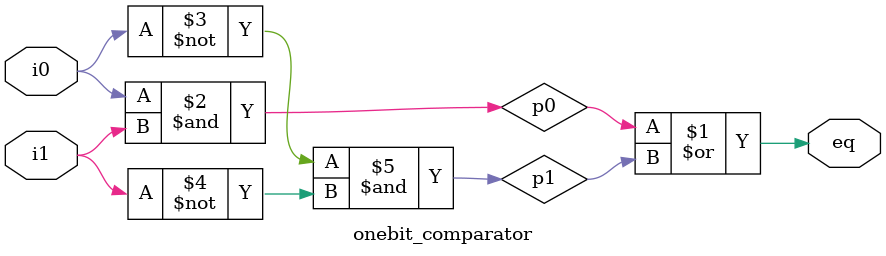
<source format=sv>
module onebit_comparator 
    // I/O ports
    (
        input logic i0,
        input logic i1,
        output logic eq   
    );
    // internal signal/bus
        logic p0,p1;
    // architecture
        assign eq = p0 | p1;
        assign p0 = i0 & i1;
        assign p1 = ~i0 & ~i1;

endmodule
</source>
